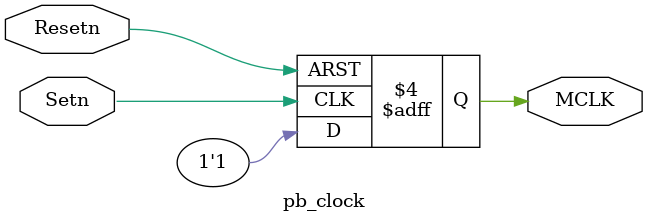
<source format=v>
module pb_clock(Resetn, Setn, MCLK);
	input Resetn, Setn;
	output reg MCLK;
	
	always@(negedge Resetn, negedge Setn)
	begin
		if(Resetn==0)
			MCLK<=0;
		else if(Setn==0)
			MCLK<=1;
		else MCLK<=0;
	end
endmodule

</source>
